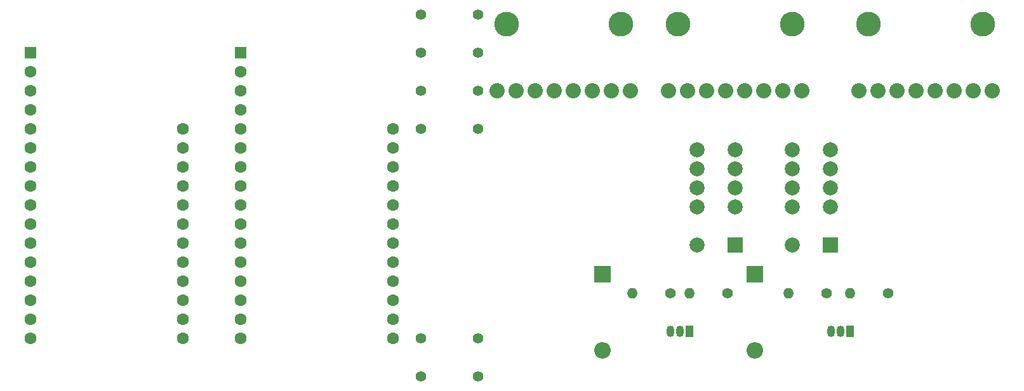
<source format=gbs>
%TF.GenerationSoftware,KiCad,Pcbnew,(6.0.4)*%
%TF.CreationDate,2022-04-05T20:31:29-07:00*%
%TF.ProjectId,rfkvm,72666b76-6d2e-46b6-9963-61645f706362,rev?*%
%TF.SameCoordinates,Original*%
%TF.FileFunction,Soldermask,Bot*%
%TF.FilePolarity,Negative*%
%FSLAX46Y46*%
G04 Gerber Fmt 4.6, Leading zero omitted, Abs format (unit mm)*
G04 Created by KiCad (PCBNEW (6.0.4)) date 2022-04-05 20:31:29*
%MOMM*%
%LPD*%
G01*
G04 APERTURE LIST*
%ADD10R,1.600000X1.600000*%
%ADD11C,1.600000*%
%ADD12C,1.397000*%
%ADD13C,2.032000*%
%ADD14C,3.301600*%
%ADD15O,2.200000X2.200000*%
%ADD16R,2.200000X2.200000*%
%ADD17C,2.000000*%
%ADD18R,2.000000X2.000000*%
%ADD19O,1.400000X1.400000*%
%ADD20C,1.400000*%
%ADD21O,1.050000X1.500000*%
%ADD22R,1.050000X1.500000*%
G04 APERTURE END LIST*
D10*
%TO.C,A2*%
X119487500Y-58420000D03*
D11*
X119487500Y-60960000D03*
X119487500Y-63500000D03*
X119487500Y-66040000D03*
X119487500Y-68580000D03*
X119487500Y-71120000D03*
X119487500Y-73660000D03*
X119487500Y-76200000D03*
X119487500Y-78740000D03*
X119487500Y-81280000D03*
X119487500Y-83820000D03*
X119487500Y-86360000D03*
X119487500Y-88900000D03*
X119487500Y-91440000D03*
X119487500Y-93980000D03*
X119487500Y-96520000D03*
X139807500Y-96520000D03*
X139807500Y-93980000D03*
X139807500Y-91440000D03*
X139807500Y-88900000D03*
X139807500Y-86360000D03*
X139807500Y-83820000D03*
X139807500Y-81280000D03*
X139807500Y-78740000D03*
X139807500Y-76200000D03*
X139807500Y-73660000D03*
X139807500Y-71120000D03*
X139807500Y-68580000D03*
%TD*%
D10*
%TO.C,A1*%
X91440000Y-58420000D03*
D11*
X91440000Y-60960000D03*
X91440000Y-63500000D03*
X91440000Y-66040000D03*
X91440000Y-68580000D03*
X91440000Y-71120000D03*
X91440000Y-73660000D03*
X91440000Y-76200000D03*
X91440000Y-78740000D03*
X91440000Y-81280000D03*
X91440000Y-83820000D03*
X91440000Y-86360000D03*
X91440000Y-88900000D03*
X91440000Y-91440000D03*
X91440000Y-93980000D03*
X91440000Y-96520000D03*
X111760000Y-96520000D03*
X111760000Y-93980000D03*
X111760000Y-91440000D03*
X111760000Y-88900000D03*
X111760000Y-86360000D03*
X111760000Y-83820000D03*
X111760000Y-81280000D03*
X111760000Y-78740000D03*
X111760000Y-76200000D03*
X111760000Y-73660000D03*
X111760000Y-71120000D03*
X111760000Y-68580000D03*
%TD*%
D12*
%TO.C,SW3*%
X143510000Y-58420000D03*
X151130000Y-58420000D03*
X151130000Y-53340000D03*
X143510000Y-53340000D03*
%TD*%
%TO.C,SW2*%
X143510000Y-68580000D03*
X151130000Y-68580000D03*
X151130000Y-63500000D03*
X143510000Y-63500000D03*
%TD*%
D13*
%TO.C,U3*%
X219710000Y-63500000D03*
X217170000Y-63500000D03*
X214630000Y-63500000D03*
X212090000Y-63500000D03*
X209550000Y-63500000D03*
X207010000Y-63500000D03*
X204470000Y-63500000D03*
X201930000Y-63500000D03*
D14*
X203200000Y-54610000D03*
X218440000Y-54610000D03*
%TD*%
D13*
%TO.C,U1*%
X171450000Y-63500000D03*
X168910000Y-63500000D03*
X166370000Y-63500000D03*
X163830000Y-63500000D03*
X161290000Y-63500000D03*
X158750000Y-63500000D03*
X156210000Y-63500000D03*
X153670000Y-63500000D03*
D14*
X154940000Y-54610000D03*
X170180000Y-54610000D03*
%TD*%
D13*
%TO.C,U2*%
X194310000Y-63500000D03*
X191770000Y-63500000D03*
X189230000Y-63500000D03*
X186690000Y-63500000D03*
X184150000Y-63500000D03*
X181610000Y-63500000D03*
X179070000Y-63500000D03*
X176530000Y-63500000D03*
D14*
X177800000Y-54610000D03*
X193040000Y-54610000D03*
%TD*%
D15*
%TO.C,D1*%
X188092500Y-98145000D03*
D16*
X188092500Y-87985000D03*
%TD*%
D17*
%TO.C,K2*%
X180340000Y-84032500D03*
X180340000Y-78952500D03*
X180340000Y-76412500D03*
X180340000Y-73872500D03*
X180340000Y-71332500D03*
X185420000Y-71332500D03*
X185420000Y-73872500D03*
X185420000Y-76412500D03*
X185420000Y-78952500D03*
D18*
X185420000Y-84032500D03*
%TD*%
D17*
%TO.C,K1*%
X193040000Y-84032500D03*
X193040000Y-78952500D03*
X193040000Y-76412500D03*
X193040000Y-73872500D03*
X193040000Y-71332500D03*
X198120000Y-71332500D03*
X198120000Y-73872500D03*
X198120000Y-76412500D03*
X198120000Y-78952500D03*
D18*
X198120000Y-84032500D03*
%TD*%
D19*
%TO.C,R3*%
X179362500Y-90525000D03*
D20*
X184442500Y-90525000D03*
%TD*%
D21*
%TO.C,Q2*%
X176822500Y-95605000D03*
X178092500Y-95605000D03*
D22*
X179362500Y-95605000D03*
%TD*%
D19*
%TO.C,R4*%
X171742500Y-90525000D03*
D20*
X176822500Y-90525000D03*
%TD*%
D12*
%TO.C,SW1*%
X143510000Y-96520000D03*
X151130000Y-96520000D03*
X151130000Y-101600000D03*
X143510000Y-101600000D03*
%TD*%
D19*
%TO.C,R1*%
X200792500Y-90525000D03*
D20*
X205872500Y-90525000D03*
%TD*%
D21*
%TO.C,Q1*%
X198252500Y-95605000D03*
X199522500Y-95605000D03*
D22*
X200792500Y-95605000D03*
%TD*%
D15*
%TO.C,D2*%
X167772500Y-98145000D03*
D16*
X167772500Y-87985000D03*
%TD*%
D19*
%TO.C,R2*%
X192532500Y-90525000D03*
D20*
X197612500Y-90525000D03*
%TD*%
M02*

</source>
